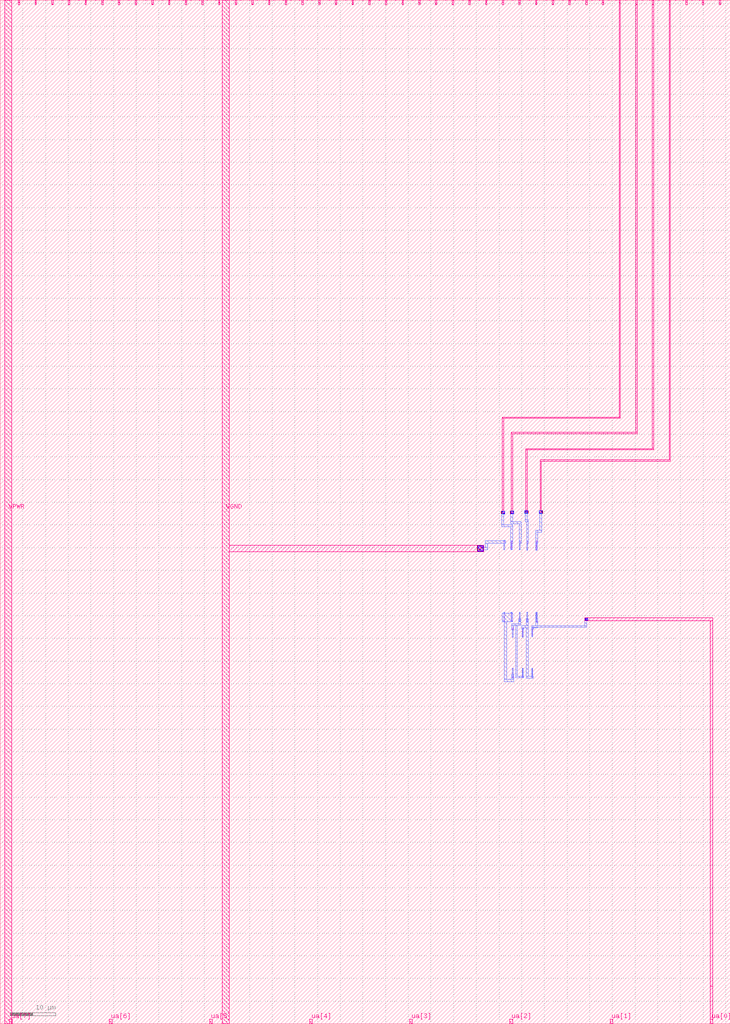
<source format=lef>
VERSION 5.7 ;
  NOWIREEXTENSIONATPIN ON ;
  DIVIDERCHAR "/" ;
  BUSBITCHARS "[]" ;
MACRO tt_um_mattvenn_r2r_dac
  CLASS BLOCK ;
  FOREIGN tt_um_mattvenn_r2r_dac ;
  ORIGIN 0.000 0.000 ;
  SIZE 161.000 BY 225.760 ;
  PIN clk
    DIRECTION INPUT ;
    USE SIGNAL ;
    PORT
      LAYER met4 ;
        RECT 154.870 224.760 155.170 225.760 ;
    END
  END clk
  PIN ena
    DIRECTION INPUT ;
    USE SIGNAL ;
    PORT
      LAYER met4 ;
        RECT 158.550 224.760 158.850 225.760 ;
    END
  END ena
  PIN rst_n
    DIRECTION INPUT ;
    USE SIGNAL ;
    PORT
      LAYER met4 ;
        RECT 151.190 224.760 151.490 225.760 ;
    END
  END rst_n
  PIN ua[0]
    DIRECTION INOUT ;
    USE SIGNAL ;
    PORT
      LAYER met4 ;
        RECT 156.560 0.000 157.160 1.000 ;
    END
  END ua[0]
  PIN ua[1]
    DIRECTION INOUT ;
    USE SIGNAL ;
    PORT
      LAYER met4 ;
        RECT 134.480 0.000 135.080 1.000 ;
    END
  END ua[1]
  PIN ua[2]
    DIRECTION INOUT ;
    USE SIGNAL ;
    PORT
      LAYER met4 ;
        RECT 112.400 0.000 113.000 1.000 ;
    END
  END ua[2]
  PIN ua[3]
    DIRECTION INOUT ;
    USE SIGNAL ;
    PORT
      LAYER met4 ;
        RECT 90.320 0.000 90.920 1.000 ;
    END
  END ua[3]
  PIN ua[4]
    DIRECTION INOUT ;
    USE SIGNAL ;
    PORT
      LAYER met4 ;
        RECT 68.240 0.000 68.840 1.000 ;
    END
  END ua[4]
  PIN ua[5]
    DIRECTION INOUT ;
    USE SIGNAL ;
    PORT
      LAYER met4 ;
        RECT 46.160 0.000 46.760 1.000 ;
    END
  END ua[5]
  PIN ua[6]
    DIRECTION INOUT ;
    USE SIGNAL ;
    PORT
      LAYER met4 ;
        RECT 24.080 0.000 24.680 1.000 ;
    END
  END ua[6]
  PIN ua[7]
    DIRECTION INOUT ;
    USE SIGNAL ;
    PORT
      LAYER met4 ;
        RECT 2.000 0.000 2.600 1.000 ;
    END
  END ua[7]
  PIN ui_in[0]
    DIRECTION INPUT ;
    USE SIGNAL ;
    PORT
      LAYER met4 ;
        RECT 147.510 224.760 147.810 225.760 ;
    END
  END ui_in[0]
  PIN ui_in[1]
    DIRECTION INPUT ;
    USE SIGNAL ;
    PORT
      LAYER met4 ;
        RECT 143.830 224.760 144.130 225.760 ;
    END
  END ui_in[1]
  PIN ui_in[2]
    DIRECTION INPUT ;
    USE SIGNAL ;
    PORT
      LAYER met4 ;
        RECT 140.150 224.760 140.450 225.760 ;
    END
  END ui_in[2]
  PIN ui_in[3]
    DIRECTION INPUT ;
    USE SIGNAL ;
    PORT
      LAYER met4 ;
        RECT 136.470 224.760 136.770 225.760 ;
    END
  END ui_in[3]
  PIN ui_in[4]
    DIRECTION INPUT ;
    USE SIGNAL ;
    PORT
      LAYER met4 ;
        RECT 132.790 224.760 133.090 225.760 ;
    END
  END ui_in[4]
  PIN ui_in[5]
    DIRECTION INPUT ;
    USE SIGNAL ;
    PORT
      LAYER met4 ;
        RECT 129.110 224.760 129.410 225.760 ;
    END
  END ui_in[5]
  PIN ui_in[6]
    DIRECTION INPUT ;
    USE SIGNAL ;
    PORT
      LAYER met4 ;
        RECT 125.430 224.760 125.730 225.760 ;
    END
  END ui_in[6]
  PIN ui_in[7]
    DIRECTION INPUT ;
    USE SIGNAL ;
    PORT
      LAYER met4 ;
        RECT 121.750 224.760 122.050 225.760 ;
    END
  END ui_in[7]
  PIN uio_in[0]
    DIRECTION INPUT ;
    USE SIGNAL ;
    PORT
      LAYER met4 ;
        RECT 118.070 224.760 118.370 225.760 ;
    END
  END uio_in[0]
  PIN uio_in[1]
    DIRECTION INPUT ;
    USE SIGNAL ;
    PORT
      LAYER met4 ;
        RECT 114.390 224.760 114.690 225.760 ;
    END
  END uio_in[1]
  PIN uio_in[2]
    DIRECTION INPUT ;
    USE SIGNAL ;
    PORT
      LAYER met4 ;
        RECT 110.710 224.760 111.010 225.760 ;
    END
  END uio_in[2]
  PIN uio_in[3]
    DIRECTION INPUT ;
    USE SIGNAL ;
    PORT
      LAYER met4 ;
        RECT 107.030 224.760 107.330 225.760 ;
    END
  END uio_in[3]
  PIN uio_in[4]
    DIRECTION INPUT ;
    USE SIGNAL ;
    PORT
      LAYER met4 ;
        RECT 103.350 224.760 103.650 225.760 ;
    END
  END uio_in[4]
  PIN uio_in[5]
    DIRECTION INPUT ;
    USE SIGNAL ;
    PORT
      LAYER met4 ;
        RECT 99.670 224.760 99.970 225.760 ;
    END
  END uio_in[5]
  PIN uio_in[6]
    DIRECTION INPUT ;
    USE SIGNAL ;
    PORT
      LAYER met4 ;
        RECT 95.990 224.760 96.290 225.760 ;
    END
  END uio_in[6]
  PIN uio_in[7]
    DIRECTION INPUT ;
    USE SIGNAL ;
    PORT
      LAYER met4 ;
        RECT 92.310 224.760 92.610 225.760 ;
    END
  END uio_in[7]
  PIN uio_oe[0]
    DIRECTION OUTPUT TRISTATE ;
    USE SIGNAL ;
    PORT
      LAYER met4 ;
        RECT 29.750 224.760 30.050 225.760 ;
    END
  END uio_oe[0]
  PIN uio_oe[1]
    DIRECTION OUTPUT TRISTATE ;
    USE SIGNAL ;
    PORT
      LAYER met4 ;
        RECT 26.070 224.760 26.370 225.760 ;
    END
  END uio_oe[1]
  PIN uio_oe[2]
    DIRECTION OUTPUT TRISTATE ;
    USE SIGNAL ;
    PORT
      LAYER met4 ;
        RECT 22.390 224.760 22.690 225.760 ;
    END
  END uio_oe[2]
  PIN uio_oe[3]
    DIRECTION OUTPUT TRISTATE ;
    USE SIGNAL ;
    PORT
      LAYER met4 ;
        RECT 18.710 224.760 19.010 225.760 ;
    END
  END uio_oe[3]
  PIN uio_oe[4]
    DIRECTION OUTPUT TRISTATE ;
    USE SIGNAL ;
    PORT
      LAYER met4 ;
        RECT 15.030 224.760 15.330 225.760 ;
    END
  END uio_oe[4]
  PIN uio_oe[5]
    DIRECTION OUTPUT TRISTATE ;
    USE SIGNAL ;
    PORT
      LAYER met4 ;
        RECT 11.350 224.760 11.650 225.760 ;
    END
  END uio_oe[5]
  PIN uio_oe[6]
    DIRECTION OUTPUT TRISTATE ;
    USE SIGNAL ;
    PORT
      LAYER met4 ;
        RECT 7.670 224.760 7.970 225.760 ;
    END
  END uio_oe[6]
  PIN uio_oe[7]
    DIRECTION OUTPUT TRISTATE ;
    USE SIGNAL ;
    PORT
      LAYER met4 ;
        RECT 3.990 224.760 4.290 225.760 ;
    END
  END uio_oe[7]
  PIN uio_out[0]
    DIRECTION OUTPUT TRISTATE ;
    USE SIGNAL ;
    PORT
      LAYER met4 ;
        RECT 59.190 224.760 59.490 225.760 ;
    END
  END uio_out[0]
  PIN uio_out[1]
    DIRECTION OUTPUT TRISTATE ;
    USE SIGNAL ;
    PORT
      LAYER met4 ;
        RECT 55.510 224.760 55.810 225.760 ;
    END
  END uio_out[1]
  PIN uio_out[2]
    DIRECTION OUTPUT TRISTATE ;
    USE SIGNAL ;
    PORT
      LAYER met4 ;
        RECT 51.830 224.760 52.130 225.760 ;
    END
  END uio_out[2]
  PIN uio_out[3]
    DIRECTION OUTPUT TRISTATE ;
    USE SIGNAL ;
    PORT
      LAYER met4 ;
        RECT 48.150 224.760 48.450 225.760 ;
    END
  END uio_out[3]
  PIN uio_out[4]
    DIRECTION OUTPUT TRISTATE ;
    USE SIGNAL ;
    PORT
      LAYER met4 ;
        RECT 44.470 224.760 44.770 225.760 ;
    END
  END uio_out[4]
  PIN uio_out[5]
    DIRECTION OUTPUT TRISTATE ;
    USE SIGNAL ;
    PORT
      LAYER met4 ;
        RECT 40.790 224.760 41.090 225.760 ;
    END
  END uio_out[5]
  PIN uio_out[6]
    DIRECTION OUTPUT TRISTATE ;
    USE SIGNAL ;
    PORT
      LAYER met4 ;
        RECT 37.110 224.760 37.410 225.760 ;
    END
  END uio_out[6]
  PIN uio_out[7]
    DIRECTION OUTPUT TRISTATE ;
    USE SIGNAL ;
    PORT
      LAYER met4 ;
        RECT 33.430 224.760 33.730 225.760 ;
    END
  END uio_out[7]
  PIN uo_out[0]
    DIRECTION OUTPUT TRISTATE ;
    USE SIGNAL ;
    PORT
      LAYER met4 ;
        RECT 88.630 224.760 88.930 225.760 ;
    END
  END uo_out[0]
  PIN uo_out[1]
    DIRECTION OUTPUT TRISTATE ;
    USE SIGNAL ;
    PORT
      LAYER met4 ;
        RECT 84.950 224.760 85.250 225.760 ;
    END
  END uo_out[1]
  PIN uo_out[2]
    DIRECTION OUTPUT TRISTATE ;
    USE SIGNAL ;
    PORT
      LAYER met4 ;
        RECT 81.270 224.760 81.570 225.760 ;
    END
  END uo_out[2]
  PIN uo_out[3]
    DIRECTION OUTPUT TRISTATE ;
    USE SIGNAL ;
    PORT
      LAYER met4 ;
        RECT 77.590 224.760 77.890 225.760 ;
    END
  END uo_out[3]
  PIN uo_out[4]
    DIRECTION OUTPUT TRISTATE ;
    USE SIGNAL ;
    PORT
      LAYER met4 ;
        RECT 73.910 224.760 74.210 225.760 ;
    END
  END uo_out[4]
  PIN uo_out[5]
    DIRECTION OUTPUT TRISTATE ;
    USE SIGNAL ;
    PORT
      LAYER met4 ;
        RECT 70.230 224.760 70.530 225.760 ;
    END
  END uo_out[5]
  PIN uo_out[6]
    DIRECTION OUTPUT TRISTATE ;
    USE SIGNAL ;
    PORT
      LAYER met4 ;
        RECT 66.550 224.760 66.850 225.760 ;
    END
  END uo_out[6]
  PIN uo_out[7]
    DIRECTION OUTPUT TRISTATE ;
    USE SIGNAL ;
    PORT
      LAYER met4 ;
        RECT 62.870 224.760 63.170 225.760 ;
    END
  END uo_out[7]
  PIN VPWR
    DIRECTION INOUT ;
    USE POWER ;
    PORT
      LAYER met4 ;
        RECT 1.000 0.000 2.500 225.760 ;
    END
  END VPWR
  PIN VGND
    DIRECTION INOUT ;
    USE GROUND ;
    PORT
      LAYER met4 ;
        RECT 49.000 0.000 50.500 225.760 ;
    END
  END VGND
  OBS
      LAYER li1 ;
        RECT 110.980 106.360 111.310 106.530 ;
        RECT 112.590 106.400 112.920 106.570 ;
        RECT 111.060 104.545 111.230 106.360 ;
        RECT 112.670 104.585 112.840 106.400 ;
        RECT 114.410 106.380 114.740 106.550 ;
        RECT 114.490 104.565 114.660 106.380 ;
        RECT 116.080 106.320 116.410 106.490 ;
        RECT 118.100 106.340 118.430 106.510 ;
        RECT 116.160 104.505 116.330 106.320 ;
        RECT 118.180 104.525 118.350 106.340 ;
        RECT 111.060 88.870 111.230 90.685 ;
        RECT 112.670 88.910 112.840 90.725 ;
        RECT 110.980 88.700 111.310 88.870 ;
        RECT 112.590 88.740 112.920 88.910 ;
        RECT 114.490 88.890 114.660 90.705 ;
        RECT 114.410 88.720 114.740 88.890 ;
        RECT 116.160 88.830 116.330 90.645 ;
        RECT 118.180 88.850 118.350 90.665 ;
        RECT 116.080 88.660 116.410 88.830 ;
        RECT 118.100 88.680 118.430 88.850 ;
        RECT 112.840 87.150 113.170 87.320 ;
        RECT 112.920 85.335 113.090 87.150 ;
        RECT 115.040 87.140 115.370 87.310 ;
        RECT 117.200 87.210 117.530 87.380 ;
        RECT 115.120 85.325 115.290 87.140 ;
        RECT 117.280 85.395 117.450 87.210 ;
        RECT 112.920 76.500 113.090 78.315 ;
        RECT 112.840 76.330 113.170 76.500 ;
        RECT 115.120 76.490 115.290 78.305 ;
        RECT 117.280 76.560 117.450 78.375 ;
        RECT 115.040 76.320 115.370 76.490 ;
        RECT 117.200 76.390 117.530 76.560 ;
      LAYER mcon ;
        RECT 111.060 88.700 111.230 90.685 ;
        RECT 112.670 88.740 112.840 90.725 ;
        RECT 114.490 88.720 114.660 90.705 ;
        RECT 116.160 88.660 116.330 90.645 ;
        RECT 118.180 88.680 118.350 90.665 ;
        RECT 112.920 76.330 113.090 78.315 ;
        RECT 115.120 76.320 115.290 78.305 ;
        RECT 117.280 76.390 117.450 78.375 ;
      LAYER met1 ;
        RECT 110.540 112.470 111.310 113.030 ;
        RECT 112.490 112.500 113.260 113.060 ;
        RECT 115.660 112.560 116.430 113.120 ;
        RECT 118.850 112.560 119.620 113.120 ;
        RECT 110.600 110.040 111.020 112.470 ;
        RECT 112.640 110.660 113.060 112.500 ;
        RECT 115.790 111.130 116.210 112.560 ;
        RECT 115.790 110.710 116.490 111.130 ;
        RECT 112.640 110.240 114.860 110.660 ;
        RECT 110.600 109.620 112.980 110.040 ;
        RECT 111.030 106.555 111.260 106.590 ;
        RECT 106.960 105.965 111.435 106.555 ;
        RECT 112.560 105.990 112.980 109.620 ;
        RECT 114.440 105.990 114.860 110.240 ;
        RECT 105.240 105.100 106.570 105.450 ;
        RECT 106.960 105.100 107.550 105.965 ;
        RECT 105.240 104.510 107.550 105.100 ;
        RECT 105.240 104.240 106.570 104.510 ;
        RECT 111.030 104.485 111.260 105.965 ;
        RECT 112.640 104.525 112.870 105.990 ;
        RECT 114.460 104.505 114.690 105.990 ;
        RECT 116.070 105.980 116.490 110.710 ;
        RECT 119.020 108.820 119.440 112.560 ;
        RECT 118.090 108.400 119.440 108.820 ;
        RECT 118.090 106.020 118.510 108.400 ;
        RECT 116.130 104.445 116.360 105.980 ;
        RECT 118.150 104.465 118.380 106.020 ;
        RECT 111.030 90.590 111.260 90.745 ;
        RECT 112.640 90.590 112.870 90.785 ;
        RECT 110.700 88.670 113.070 90.590 ;
        RECT 114.460 89.350 114.690 90.765 ;
        RECT 114.370 89.255 114.800 89.350 ;
        RECT 116.130 89.310 116.360 90.705 ;
        RECT 118.150 89.310 118.380 90.725 ;
        RECT 116.030 89.265 116.460 89.310 ;
        RECT 111.030 88.640 111.665 88.670 ;
        RECT 111.140 75.945 111.665 88.640 ;
        RECT 114.370 88.610 114.805 89.255 ;
        RECT 114.375 88.265 114.805 88.610 ;
        RECT 112.790 87.835 114.805 88.265 ;
        RECT 116.025 88.570 116.460 89.265 ;
        RECT 118.070 89.295 118.500 89.310 ;
        RECT 118.070 88.570 118.525 89.295 ;
        RECT 128.920 88.940 129.580 89.440 ;
        RECT 112.790 86.920 113.220 87.835 ;
        RECT 112.890 85.275 113.120 86.920 ;
        RECT 112.890 77.070 113.120 78.375 ;
        RECT 112.760 75.945 113.250 77.070 ;
        RECT 113.645 76.695 114.075 87.835 ;
        RECT 116.025 87.770 116.455 88.570 ;
        RECT 118.095 87.825 118.525 88.570 ;
        RECT 128.935 87.825 129.365 88.940 ;
        RECT 118.095 87.780 129.365 87.825 ;
        RECT 115.020 87.340 116.455 87.770 ;
        RECT 115.020 87.030 115.450 87.340 ;
        RECT 115.090 85.265 115.320 87.030 ;
        RECT 115.090 76.695 115.320 78.365 ;
        RECT 113.645 76.265 115.505 76.695 ;
        RECT 116.025 76.655 116.455 87.340 ;
        RECT 117.190 87.395 129.365 87.780 ;
        RECT 117.190 87.350 118.525 87.395 ;
        RECT 117.190 87.040 117.620 87.350 ;
        RECT 117.250 85.335 117.480 87.040 ;
        RECT 117.250 76.655 117.480 78.435 ;
        RECT 115.090 76.260 115.320 76.265 ;
        RECT 116.025 76.225 117.535 76.655 ;
        RECT 111.140 75.455 113.250 75.945 ;
        RECT 111.140 75.440 111.665 75.455 ;
      LAYER via ;
        RECT 110.590 112.470 111.260 113.030 ;
        RECT 112.540 112.500 113.210 113.060 ;
        RECT 115.710 112.560 116.380 113.120 ;
        RECT 118.900 112.560 119.570 113.120 ;
        RECT 105.290 104.240 106.520 105.450 ;
        RECT 128.970 88.940 129.530 89.440 ;
      LAYER met2 ;
        RECT 110.590 112.420 111.260 113.080 ;
        RECT 112.540 112.450 113.210 113.110 ;
        RECT 115.710 112.510 116.380 113.170 ;
        RECT 118.900 112.510 119.570 113.170 ;
        RECT 105.290 104.190 106.520 105.500 ;
        RECT 128.970 88.890 129.530 89.490 ;
      LAYER via2 ;
        RECT 110.590 112.470 111.260 113.030 ;
        RECT 112.540 112.500 113.210 113.060 ;
        RECT 115.710 112.560 116.380 113.120 ;
        RECT 118.900 112.560 119.570 113.120 ;
        RECT 105.290 104.240 106.520 105.450 ;
        RECT 128.970 88.940 129.530 89.440 ;
      LAYER met3 ;
        RECT 110.540 112.445 111.310 113.055 ;
        RECT 112.490 112.475 113.260 113.085 ;
        RECT 115.660 112.535 116.430 113.145 ;
        RECT 118.850 112.535 119.620 113.145 ;
        RECT 105.240 104.215 106.570 105.475 ;
        RECT 128.920 88.915 129.580 89.465 ;
      LAYER via3 ;
        RECT 110.590 112.470 111.260 113.030 ;
        RECT 112.540 112.500 113.210 113.060 ;
        RECT 115.710 112.560 116.380 113.120 ;
        RECT 118.900 112.560 119.570 113.120 ;
        RECT 105.290 104.240 106.520 105.450 ;
        RECT 128.970 88.940 129.530 89.440 ;
      LAYER met4 ;
        RECT 136.470 133.810 136.770 224.760 ;
        RECT 110.750 133.510 136.770 133.810 ;
        RECT 110.750 113.035 111.050 133.510 ;
        RECT 140.150 130.460 140.450 224.760 ;
        RECT 112.750 130.160 140.450 130.460 ;
        RECT 112.750 113.065 113.050 130.160 ;
        RECT 143.830 126.870 144.130 224.760 ;
        RECT 115.910 126.570 144.130 126.870 ;
        RECT 115.910 113.125 116.210 126.570 ;
        RECT 147.510 124.410 147.810 224.760 ;
        RECT 119.070 124.110 147.810 124.410 ;
        RECT 119.070 113.125 119.370 124.110 ;
        RECT 110.585 112.465 111.265 113.035 ;
        RECT 112.535 112.495 113.215 113.065 ;
        RECT 115.705 112.555 116.385 113.125 ;
        RECT 118.895 112.555 119.575 113.125 ;
        RECT 50.500 104.060 106.660 105.560 ;
        RECT 128.875 88.885 157.175 89.515 ;
        RECT 156.545 8.265 157.175 88.885 ;
        RECT 156.560 1.000 157.160 8.265 ;
  END
END tt_um_mattvenn_r2r_dac
END LIBRARY


</source>
